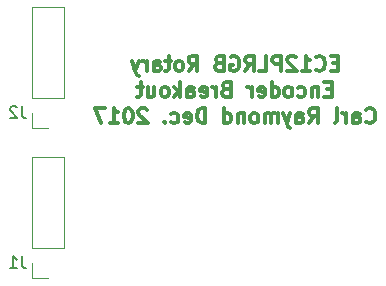
<source format=gbr>
G04 #@! TF.FileFunction,Legend,Bot*
%FSLAX46Y46*%
G04 Gerber Fmt 4.6, Leading zero omitted, Abs format (unit mm)*
G04 Created by KiCad (PCBNEW 4.0.7) date Thursday, December 07, 2017 'PMt' 10:45:11 PM*
%MOMM*%
%LPD*%
G01*
G04 APERTURE LIST*
%ADD10C,0.100000*%
%ADD11C,0.300000*%
%ADD12C,0.120000*%
%ADD13C,0.150000*%
G04 APERTURE END LIST*
D10*
D11*
X138218333Y-58664286D02*
X137795000Y-58664286D01*
X137613571Y-59329524D02*
X138218333Y-59329524D01*
X138218333Y-58059524D01*
X137613571Y-58059524D01*
X136343571Y-59208571D02*
X136404047Y-59269048D01*
X136585476Y-59329524D01*
X136706428Y-59329524D01*
X136887856Y-59269048D01*
X137008809Y-59148095D01*
X137069285Y-59027143D01*
X137129761Y-58785238D01*
X137129761Y-58603810D01*
X137069285Y-58361905D01*
X137008809Y-58240952D01*
X136887856Y-58120000D01*
X136706428Y-58059524D01*
X136585476Y-58059524D01*
X136404047Y-58120000D01*
X136343571Y-58180476D01*
X135134047Y-59329524D02*
X135859761Y-59329524D01*
X135496904Y-59329524D02*
X135496904Y-58059524D01*
X135617856Y-58240952D01*
X135738809Y-58361905D01*
X135859761Y-58422381D01*
X134650237Y-58180476D02*
X134589761Y-58120000D01*
X134468809Y-58059524D01*
X134166428Y-58059524D01*
X134045475Y-58120000D01*
X133984999Y-58180476D01*
X133924523Y-58301429D01*
X133924523Y-58422381D01*
X133984999Y-58603810D01*
X134710713Y-59329524D01*
X133924523Y-59329524D01*
X133380237Y-59329524D02*
X133380237Y-58059524D01*
X132896428Y-58059524D01*
X132775475Y-58120000D01*
X132714999Y-58180476D01*
X132654523Y-58301429D01*
X132654523Y-58482857D01*
X132714999Y-58603810D01*
X132775475Y-58664286D01*
X132896428Y-58724762D01*
X133380237Y-58724762D01*
X131505475Y-59329524D02*
X132110237Y-59329524D01*
X132110237Y-58059524D01*
X130356428Y-59329524D02*
X130779761Y-58724762D01*
X131082142Y-59329524D02*
X131082142Y-58059524D01*
X130598333Y-58059524D01*
X130477380Y-58120000D01*
X130416904Y-58180476D01*
X130356428Y-58301429D01*
X130356428Y-58482857D01*
X130416904Y-58603810D01*
X130477380Y-58664286D01*
X130598333Y-58724762D01*
X131082142Y-58724762D01*
X129146904Y-58120000D02*
X129267856Y-58059524D01*
X129449285Y-58059524D01*
X129630713Y-58120000D01*
X129751666Y-58240952D01*
X129812142Y-58361905D01*
X129872618Y-58603810D01*
X129872618Y-58785238D01*
X129812142Y-59027143D01*
X129751666Y-59148095D01*
X129630713Y-59269048D01*
X129449285Y-59329524D01*
X129328333Y-59329524D01*
X129146904Y-59269048D01*
X129086428Y-59208571D01*
X129086428Y-58785238D01*
X129328333Y-58785238D01*
X128118809Y-58664286D02*
X127937380Y-58724762D01*
X127876904Y-58785238D01*
X127816428Y-58906190D01*
X127816428Y-59087619D01*
X127876904Y-59208571D01*
X127937380Y-59269048D01*
X128058333Y-59329524D01*
X128542142Y-59329524D01*
X128542142Y-58059524D01*
X128118809Y-58059524D01*
X127997856Y-58120000D01*
X127937380Y-58180476D01*
X127876904Y-58301429D01*
X127876904Y-58422381D01*
X127937380Y-58543333D01*
X127997856Y-58603810D01*
X128118809Y-58664286D01*
X128542142Y-58664286D01*
X125578809Y-59329524D02*
X126002142Y-58724762D01*
X126304523Y-59329524D02*
X126304523Y-58059524D01*
X125820714Y-58059524D01*
X125699761Y-58120000D01*
X125639285Y-58180476D01*
X125578809Y-58301429D01*
X125578809Y-58482857D01*
X125639285Y-58603810D01*
X125699761Y-58664286D01*
X125820714Y-58724762D01*
X126304523Y-58724762D01*
X124853094Y-59329524D02*
X124974047Y-59269048D01*
X125034523Y-59208571D01*
X125094999Y-59087619D01*
X125094999Y-58724762D01*
X125034523Y-58603810D01*
X124974047Y-58543333D01*
X124853094Y-58482857D01*
X124671666Y-58482857D01*
X124550714Y-58543333D01*
X124490237Y-58603810D01*
X124429761Y-58724762D01*
X124429761Y-59087619D01*
X124490237Y-59208571D01*
X124550714Y-59269048D01*
X124671666Y-59329524D01*
X124853094Y-59329524D01*
X124066904Y-58482857D02*
X123583094Y-58482857D01*
X123885475Y-58059524D02*
X123885475Y-59148095D01*
X123824999Y-59269048D01*
X123704046Y-59329524D01*
X123583094Y-59329524D01*
X122615475Y-59329524D02*
X122615475Y-58664286D01*
X122675952Y-58543333D01*
X122796904Y-58482857D01*
X123038809Y-58482857D01*
X123159761Y-58543333D01*
X122615475Y-59269048D02*
X122736428Y-59329524D01*
X123038809Y-59329524D01*
X123159761Y-59269048D01*
X123220237Y-59148095D01*
X123220237Y-59027143D01*
X123159761Y-58906190D01*
X123038809Y-58845714D01*
X122736428Y-58845714D01*
X122615475Y-58785238D01*
X122010713Y-59329524D02*
X122010713Y-58482857D01*
X122010713Y-58724762D02*
X121950237Y-58603810D01*
X121889761Y-58543333D01*
X121768808Y-58482857D01*
X121647856Y-58482857D01*
X121345475Y-58482857D02*
X121043094Y-59329524D01*
X120740714Y-58482857D02*
X121043094Y-59329524D01*
X121164047Y-59631905D01*
X121224523Y-59692381D01*
X121345475Y-59752857D01*
X137674047Y-60869286D02*
X137250714Y-60869286D01*
X137069285Y-61534524D02*
X137674047Y-61534524D01*
X137674047Y-60264524D01*
X137069285Y-60264524D01*
X136524999Y-60687857D02*
X136524999Y-61534524D01*
X136524999Y-60808810D02*
X136464523Y-60748333D01*
X136343570Y-60687857D01*
X136162142Y-60687857D01*
X136041190Y-60748333D01*
X135980713Y-60869286D01*
X135980713Y-61534524D01*
X134831665Y-61474048D02*
X134952618Y-61534524D01*
X135194522Y-61534524D01*
X135315475Y-61474048D01*
X135375951Y-61413571D01*
X135436427Y-61292619D01*
X135436427Y-60929762D01*
X135375951Y-60808810D01*
X135315475Y-60748333D01*
X135194522Y-60687857D01*
X134952618Y-60687857D01*
X134831665Y-60748333D01*
X134105951Y-61534524D02*
X134226904Y-61474048D01*
X134287380Y-61413571D01*
X134347856Y-61292619D01*
X134347856Y-60929762D01*
X134287380Y-60808810D01*
X134226904Y-60748333D01*
X134105951Y-60687857D01*
X133924523Y-60687857D01*
X133803571Y-60748333D01*
X133743094Y-60808810D01*
X133682618Y-60929762D01*
X133682618Y-61292619D01*
X133743094Y-61413571D01*
X133803571Y-61474048D01*
X133924523Y-61534524D01*
X134105951Y-61534524D01*
X132594046Y-61534524D02*
X132594046Y-60264524D01*
X132594046Y-61474048D02*
X132714999Y-61534524D01*
X132956903Y-61534524D01*
X133077856Y-61474048D01*
X133138332Y-61413571D01*
X133198808Y-61292619D01*
X133198808Y-60929762D01*
X133138332Y-60808810D01*
X133077856Y-60748333D01*
X132956903Y-60687857D01*
X132714999Y-60687857D01*
X132594046Y-60748333D01*
X131505475Y-61474048D02*
X131626427Y-61534524D01*
X131868332Y-61534524D01*
X131989284Y-61474048D01*
X132049760Y-61353095D01*
X132049760Y-60869286D01*
X131989284Y-60748333D01*
X131868332Y-60687857D01*
X131626427Y-60687857D01*
X131505475Y-60748333D01*
X131444998Y-60869286D01*
X131444998Y-60990238D01*
X132049760Y-61111190D01*
X130900713Y-61534524D02*
X130900713Y-60687857D01*
X130900713Y-60929762D02*
X130840237Y-60808810D01*
X130779761Y-60748333D01*
X130658808Y-60687857D01*
X130537856Y-60687857D01*
X128723571Y-60869286D02*
X128542142Y-60929762D01*
X128481666Y-60990238D01*
X128421190Y-61111190D01*
X128421190Y-61292619D01*
X128481666Y-61413571D01*
X128542142Y-61474048D01*
X128663095Y-61534524D01*
X129146904Y-61534524D01*
X129146904Y-60264524D01*
X128723571Y-60264524D01*
X128602618Y-60325000D01*
X128542142Y-60385476D01*
X128481666Y-60506429D01*
X128481666Y-60627381D01*
X128542142Y-60748333D01*
X128602618Y-60808810D01*
X128723571Y-60869286D01*
X129146904Y-60869286D01*
X127876904Y-61534524D02*
X127876904Y-60687857D01*
X127876904Y-60929762D02*
X127816428Y-60808810D01*
X127755952Y-60748333D01*
X127634999Y-60687857D01*
X127514047Y-60687857D01*
X126606905Y-61474048D02*
X126727857Y-61534524D01*
X126969762Y-61534524D01*
X127090714Y-61474048D01*
X127151190Y-61353095D01*
X127151190Y-60869286D01*
X127090714Y-60748333D01*
X126969762Y-60687857D01*
X126727857Y-60687857D01*
X126606905Y-60748333D01*
X126546428Y-60869286D01*
X126546428Y-60990238D01*
X127151190Y-61111190D01*
X125457857Y-61534524D02*
X125457857Y-60869286D01*
X125518334Y-60748333D01*
X125639286Y-60687857D01*
X125881191Y-60687857D01*
X126002143Y-60748333D01*
X125457857Y-61474048D02*
X125578810Y-61534524D01*
X125881191Y-61534524D01*
X126002143Y-61474048D01*
X126062619Y-61353095D01*
X126062619Y-61232143D01*
X126002143Y-61111190D01*
X125881191Y-61050714D01*
X125578810Y-61050714D01*
X125457857Y-60990238D01*
X124853095Y-61534524D02*
X124853095Y-60264524D01*
X124732143Y-61050714D02*
X124369286Y-61534524D01*
X124369286Y-60687857D02*
X124853095Y-61171667D01*
X123643571Y-61534524D02*
X123764524Y-61474048D01*
X123825000Y-61413571D01*
X123885476Y-61292619D01*
X123885476Y-60929762D01*
X123825000Y-60808810D01*
X123764524Y-60748333D01*
X123643571Y-60687857D01*
X123462143Y-60687857D01*
X123341191Y-60748333D01*
X123280714Y-60808810D01*
X123220238Y-60929762D01*
X123220238Y-61292619D01*
X123280714Y-61413571D01*
X123341191Y-61474048D01*
X123462143Y-61534524D01*
X123643571Y-61534524D01*
X122131666Y-60687857D02*
X122131666Y-61534524D01*
X122675952Y-60687857D02*
X122675952Y-61353095D01*
X122615476Y-61474048D01*
X122494523Y-61534524D01*
X122313095Y-61534524D01*
X122192143Y-61474048D01*
X122131666Y-61413571D01*
X121708333Y-60687857D02*
X121224523Y-60687857D01*
X121526904Y-60264524D02*
X121526904Y-61353095D01*
X121466428Y-61474048D01*
X121345475Y-61534524D01*
X121224523Y-61534524D01*
X140607143Y-63618571D02*
X140667619Y-63679048D01*
X140849048Y-63739524D01*
X140970000Y-63739524D01*
X141151428Y-63679048D01*
X141272381Y-63558095D01*
X141332857Y-63437143D01*
X141393333Y-63195238D01*
X141393333Y-63013810D01*
X141332857Y-62771905D01*
X141272381Y-62650952D01*
X141151428Y-62530000D01*
X140970000Y-62469524D01*
X140849048Y-62469524D01*
X140667619Y-62530000D01*
X140607143Y-62590476D01*
X139518571Y-63739524D02*
X139518571Y-63074286D01*
X139579048Y-62953333D01*
X139700000Y-62892857D01*
X139941905Y-62892857D01*
X140062857Y-62953333D01*
X139518571Y-63679048D02*
X139639524Y-63739524D01*
X139941905Y-63739524D01*
X140062857Y-63679048D01*
X140123333Y-63558095D01*
X140123333Y-63437143D01*
X140062857Y-63316190D01*
X139941905Y-63255714D01*
X139639524Y-63255714D01*
X139518571Y-63195238D01*
X138913809Y-63739524D02*
X138913809Y-62892857D01*
X138913809Y-63134762D02*
X138853333Y-63013810D01*
X138792857Y-62953333D01*
X138671904Y-62892857D01*
X138550952Y-62892857D01*
X137946190Y-63739524D02*
X138067143Y-63679048D01*
X138127619Y-63558095D01*
X138127619Y-62469524D01*
X135769048Y-63739524D02*
X136192381Y-63134762D01*
X136494762Y-63739524D02*
X136494762Y-62469524D01*
X136010953Y-62469524D01*
X135890000Y-62530000D01*
X135829524Y-62590476D01*
X135769048Y-62711429D01*
X135769048Y-62892857D01*
X135829524Y-63013810D01*
X135890000Y-63074286D01*
X136010953Y-63134762D01*
X136494762Y-63134762D01*
X134680476Y-63739524D02*
X134680476Y-63074286D01*
X134740953Y-62953333D01*
X134861905Y-62892857D01*
X135103810Y-62892857D01*
X135224762Y-62953333D01*
X134680476Y-63679048D02*
X134801429Y-63739524D01*
X135103810Y-63739524D01*
X135224762Y-63679048D01*
X135285238Y-63558095D01*
X135285238Y-63437143D01*
X135224762Y-63316190D01*
X135103810Y-63255714D01*
X134801429Y-63255714D01*
X134680476Y-63195238D01*
X134196666Y-62892857D02*
X133894285Y-63739524D01*
X133591905Y-62892857D02*
X133894285Y-63739524D01*
X134015238Y-64041905D01*
X134075714Y-64102381D01*
X134196666Y-64162857D01*
X133108095Y-63739524D02*
X133108095Y-62892857D01*
X133108095Y-63013810D02*
X133047619Y-62953333D01*
X132926666Y-62892857D01*
X132745238Y-62892857D01*
X132624286Y-62953333D01*
X132563809Y-63074286D01*
X132563809Y-63739524D01*
X132563809Y-63074286D02*
X132503333Y-62953333D01*
X132382381Y-62892857D01*
X132200952Y-62892857D01*
X132080000Y-62953333D01*
X132019524Y-63074286D01*
X132019524Y-63739524D01*
X131233333Y-63739524D02*
X131354286Y-63679048D01*
X131414762Y-63618571D01*
X131475238Y-63497619D01*
X131475238Y-63134762D01*
X131414762Y-63013810D01*
X131354286Y-62953333D01*
X131233333Y-62892857D01*
X131051905Y-62892857D01*
X130930953Y-62953333D01*
X130870476Y-63013810D01*
X130810000Y-63134762D01*
X130810000Y-63497619D01*
X130870476Y-63618571D01*
X130930953Y-63679048D01*
X131051905Y-63739524D01*
X131233333Y-63739524D01*
X130265714Y-62892857D02*
X130265714Y-63739524D01*
X130265714Y-63013810D02*
X130205238Y-62953333D01*
X130084285Y-62892857D01*
X129902857Y-62892857D01*
X129781905Y-62953333D01*
X129721428Y-63074286D01*
X129721428Y-63739524D01*
X128572380Y-63739524D02*
X128572380Y-62469524D01*
X128572380Y-63679048D02*
X128693333Y-63739524D01*
X128935237Y-63739524D01*
X129056190Y-63679048D01*
X129116666Y-63618571D01*
X129177142Y-63497619D01*
X129177142Y-63134762D01*
X129116666Y-63013810D01*
X129056190Y-62953333D01*
X128935237Y-62892857D01*
X128693333Y-62892857D01*
X128572380Y-62953333D01*
X126999999Y-63739524D02*
X126999999Y-62469524D01*
X126697618Y-62469524D01*
X126516190Y-62530000D01*
X126395237Y-62650952D01*
X126334761Y-62771905D01*
X126274285Y-63013810D01*
X126274285Y-63195238D01*
X126334761Y-63437143D01*
X126395237Y-63558095D01*
X126516190Y-63679048D01*
X126697618Y-63739524D01*
X126999999Y-63739524D01*
X125246190Y-63679048D02*
X125367142Y-63739524D01*
X125609047Y-63739524D01*
X125729999Y-63679048D01*
X125790475Y-63558095D01*
X125790475Y-63074286D01*
X125729999Y-62953333D01*
X125609047Y-62892857D01*
X125367142Y-62892857D01*
X125246190Y-62953333D01*
X125185713Y-63074286D01*
X125185713Y-63195238D01*
X125790475Y-63316190D01*
X124097142Y-63679048D02*
X124218095Y-63739524D01*
X124459999Y-63739524D01*
X124580952Y-63679048D01*
X124641428Y-63618571D01*
X124701904Y-63497619D01*
X124701904Y-63134762D01*
X124641428Y-63013810D01*
X124580952Y-62953333D01*
X124459999Y-62892857D01*
X124218095Y-62892857D01*
X124097142Y-62953333D01*
X123552857Y-63618571D02*
X123492381Y-63679048D01*
X123552857Y-63739524D01*
X123613333Y-63679048D01*
X123552857Y-63618571D01*
X123552857Y-63739524D01*
X122040952Y-62590476D02*
X121980476Y-62530000D01*
X121859524Y-62469524D01*
X121557143Y-62469524D01*
X121436190Y-62530000D01*
X121375714Y-62590476D01*
X121315238Y-62711429D01*
X121315238Y-62832381D01*
X121375714Y-63013810D01*
X122101428Y-63739524D01*
X121315238Y-63739524D01*
X120529047Y-62469524D02*
X120408095Y-62469524D01*
X120287143Y-62530000D01*
X120226666Y-62590476D01*
X120166190Y-62711429D01*
X120105714Y-62953333D01*
X120105714Y-63255714D01*
X120166190Y-63497619D01*
X120226666Y-63618571D01*
X120287143Y-63679048D01*
X120408095Y-63739524D01*
X120529047Y-63739524D01*
X120650000Y-63679048D01*
X120710476Y-63618571D01*
X120770952Y-63497619D01*
X120831428Y-63255714D01*
X120831428Y-62953333D01*
X120770952Y-62711429D01*
X120710476Y-62590476D01*
X120650000Y-62530000D01*
X120529047Y-62469524D01*
X118896190Y-63739524D02*
X119621904Y-63739524D01*
X119259047Y-63739524D02*
X119259047Y-62469524D01*
X119379999Y-62650952D01*
X119500952Y-62771905D01*
X119621904Y-62832381D01*
X118472856Y-62469524D02*
X117626190Y-62469524D01*
X118170475Y-63739524D01*
D12*
X112335000Y-66615000D02*
X114995000Y-66615000D01*
X112335000Y-74295000D02*
X112335000Y-66615000D01*
X114995000Y-74295000D02*
X114995000Y-66615000D01*
X112335000Y-74295000D02*
X114995000Y-74295000D01*
X112335000Y-75565000D02*
X112335000Y-76895000D01*
X112335000Y-76895000D02*
X113665000Y-76895000D01*
X112335000Y-53915000D02*
X114995000Y-53915000D01*
X112335000Y-61595000D02*
X112335000Y-53915000D01*
X114995000Y-61595000D02*
X114995000Y-53915000D01*
X112335000Y-61595000D02*
X114995000Y-61595000D01*
X112335000Y-62865000D02*
X112335000Y-64195000D01*
X112335000Y-64195000D02*
X113665000Y-64195000D01*
D13*
X111458333Y-75017381D02*
X111458333Y-75731667D01*
X111505953Y-75874524D01*
X111601191Y-75969762D01*
X111744048Y-76017381D01*
X111839286Y-76017381D01*
X110458333Y-76017381D02*
X111029762Y-76017381D01*
X110744048Y-76017381D02*
X110744048Y-75017381D01*
X110839286Y-75160238D01*
X110934524Y-75255476D01*
X111029762Y-75303095D01*
X111458333Y-62317381D02*
X111458333Y-63031667D01*
X111505953Y-63174524D01*
X111601191Y-63269762D01*
X111744048Y-63317381D01*
X111839286Y-63317381D01*
X111029762Y-62412619D02*
X110982143Y-62365000D01*
X110886905Y-62317381D01*
X110648809Y-62317381D01*
X110553571Y-62365000D01*
X110505952Y-62412619D01*
X110458333Y-62507857D01*
X110458333Y-62603095D01*
X110505952Y-62745952D01*
X111077381Y-63317381D01*
X110458333Y-63317381D01*
M02*

</source>
